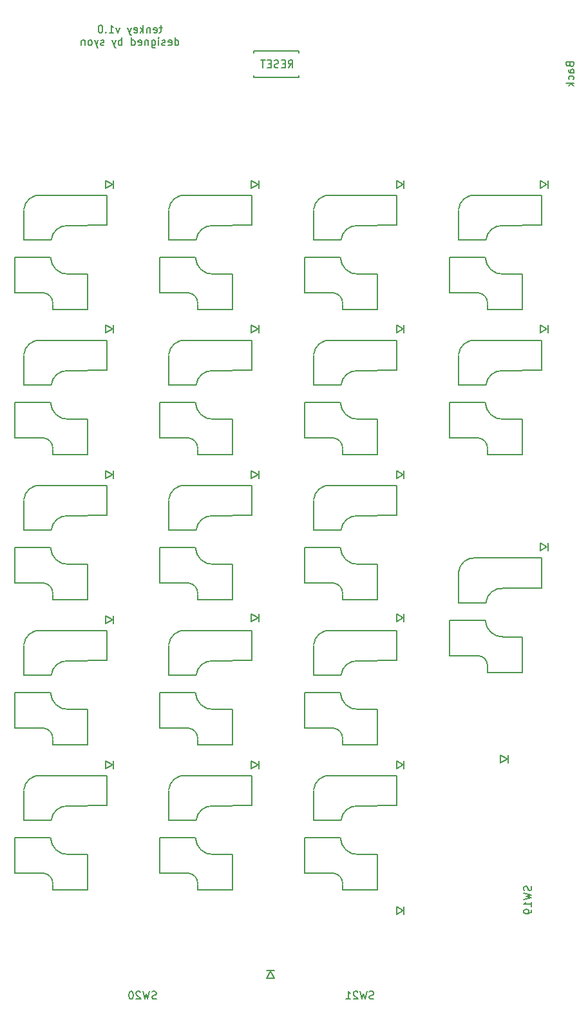
<source format=gbo>
G04 #@! TF.GenerationSoftware,KiCad,Pcbnew,(5.1.2-1)-1*
G04 #@! TF.CreationDate,2019-06-16T18:53:01+09:00*
G04 #@! TF.ProjectId,tenkey,74656e6b-6579-42e6-9b69-6361645f7063,rev?*
G04 #@! TF.SameCoordinates,Original*
G04 #@! TF.FileFunction,Legend,Bot*
G04 #@! TF.FilePolarity,Positive*
%FSLAX46Y46*%
G04 Gerber Fmt 4.6, Leading zero omitted, Abs format (unit mm)*
G04 Created by KiCad (PCBNEW (5.1.2-1)-1) date 2019-06-16 18:53:01*
%MOMM*%
%LPD*%
G04 APERTURE LIST*
%ADD10C,0.150000*%
G04 APERTURE END LIST*
D10*
X69238095Y-47410714D02*
X68857142Y-47410714D01*
X69095238Y-47077380D02*
X69095238Y-47934523D01*
X69047619Y-48029761D01*
X68952380Y-48077380D01*
X68857142Y-48077380D01*
X68142857Y-48029761D02*
X68238095Y-48077380D01*
X68428571Y-48077380D01*
X68523809Y-48029761D01*
X68571428Y-47934523D01*
X68571428Y-47553571D01*
X68523809Y-47458333D01*
X68428571Y-47410714D01*
X68238095Y-47410714D01*
X68142857Y-47458333D01*
X68095238Y-47553571D01*
X68095238Y-47648809D01*
X68571428Y-47744047D01*
X67666666Y-47410714D02*
X67666666Y-48077380D01*
X67666666Y-47505952D02*
X67619047Y-47458333D01*
X67523809Y-47410714D01*
X67380952Y-47410714D01*
X67285714Y-47458333D01*
X67238095Y-47553571D01*
X67238095Y-48077380D01*
X66761904Y-48077380D02*
X66761904Y-47077380D01*
X66666666Y-47696428D02*
X66380952Y-48077380D01*
X66380952Y-47410714D02*
X66761904Y-47791666D01*
X65571428Y-48029761D02*
X65666666Y-48077380D01*
X65857142Y-48077380D01*
X65952380Y-48029761D01*
X66000000Y-47934523D01*
X66000000Y-47553571D01*
X65952380Y-47458333D01*
X65857142Y-47410714D01*
X65666666Y-47410714D01*
X65571428Y-47458333D01*
X65523809Y-47553571D01*
X65523809Y-47648809D01*
X66000000Y-47744047D01*
X65190476Y-47410714D02*
X64952380Y-48077380D01*
X64714285Y-47410714D02*
X64952380Y-48077380D01*
X65047619Y-48315476D01*
X65095238Y-48363095D01*
X65190476Y-48410714D01*
X63666666Y-47410714D02*
X63428571Y-48077380D01*
X63190476Y-47410714D01*
X62285714Y-48077380D02*
X62857142Y-48077380D01*
X62571428Y-48077380D02*
X62571428Y-47077380D01*
X62666666Y-47220238D01*
X62761904Y-47315476D01*
X62857142Y-47363095D01*
X61857142Y-47982142D02*
X61809523Y-48029761D01*
X61857142Y-48077380D01*
X61904761Y-48029761D01*
X61857142Y-47982142D01*
X61857142Y-48077380D01*
X61190476Y-47077380D02*
X61095238Y-47077380D01*
X60999999Y-47125000D01*
X60952380Y-47172619D01*
X60904761Y-47267857D01*
X60857142Y-47458333D01*
X60857142Y-47696428D01*
X60904761Y-47886904D01*
X60952380Y-47982142D01*
X60999999Y-48029761D01*
X61095238Y-48077380D01*
X61190476Y-48077380D01*
X61285714Y-48029761D01*
X61333333Y-47982142D01*
X61380952Y-47886904D01*
X61428571Y-47696428D01*
X61428571Y-47458333D01*
X61380952Y-47267857D01*
X61333333Y-47172619D01*
X61285714Y-47125000D01*
X61190476Y-47077380D01*
X70928571Y-49727380D02*
X70928571Y-48727380D01*
X70928571Y-49679761D02*
X71023809Y-49727380D01*
X71214285Y-49727380D01*
X71309523Y-49679761D01*
X71357142Y-49632142D01*
X71404761Y-49536904D01*
X71404761Y-49251190D01*
X71357142Y-49155952D01*
X71309523Y-49108333D01*
X71214285Y-49060714D01*
X71023809Y-49060714D01*
X70928571Y-49108333D01*
X70071428Y-49679761D02*
X70166666Y-49727380D01*
X70357142Y-49727380D01*
X70452380Y-49679761D01*
X70500000Y-49584523D01*
X70500000Y-49203571D01*
X70452380Y-49108333D01*
X70357142Y-49060714D01*
X70166666Y-49060714D01*
X70071428Y-49108333D01*
X70023809Y-49203571D01*
X70023809Y-49298809D01*
X70500000Y-49394047D01*
X69642857Y-49679761D02*
X69547619Y-49727380D01*
X69357142Y-49727380D01*
X69261904Y-49679761D01*
X69214285Y-49584523D01*
X69214285Y-49536904D01*
X69261904Y-49441666D01*
X69357142Y-49394047D01*
X69500000Y-49394047D01*
X69595238Y-49346428D01*
X69642857Y-49251190D01*
X69642857Y-49203571D01*
X69595238Y-49108333D01*
X69500000Y-49060714D01*
X69357142Y-49060714D01*
X69261904Y-49108333D01*
X68785714Y-49727380D02*
X68785714Y-49060714D01*
X68785714Y-48727380D02*
X68833333Y-48775000D01*
X68785714Y-48822619D01*
X68738095Y-48775000D01*
X68785714Y-48727380D01*
X68785714Y-48822619D01*
X67880952Y-49060714D02*
X67880952Y-49870238D01*
X67928571Y-49965476D01*
X67976190Y-50013095D01*
X68071428Y-50060714D01*
X68214285Y-50060714D01*
X68309523Y-50013095D01*
X67880952Y-49679761D02*
X67976190Y-49727380D01*
X68166666Y-49727380D01*
X68261904Y-49679761D01*
X68309523Y-49632142D01*
X68357142Y-49536904D01*
X68357142Y-49251190D01*
X68309523Y-49155952D01*
X68261904Y-49108333D01*
X68166666Y-49060714D01*
X67976190Y-49060714D01*
X67880952Y-49108333D01*
X67404761Y-49060714D02*
X67404761Y-49727380D01*
X67404761Y-49155952D02*
X67357142Y-49108333D01*
X67261904Y-49060714D01*
X67119047Y-49060714D01*
X67023809Y-49108333D01*
X66976190Y-49203571D01*
X66976190Y-49727380D01*
X66119047Y-49679761D02*
X66214285Y-49727380D01*
X66404761Y-49727380D01*
X66500000Y-49679761D01*
X66547619Y-49584523D01*
X66547619Y-49203571D01*
X66500000Y-49108333D01*
X66404761Y-49060714D01*
X66214285Y-49060714D01*
X66119047Y-49108333D01*
X66071428Y-49203571D01*
X66071428Y-49298809D01*
X66547619Y-49394047D01*
X65214285Y-49727380D02*
X65214285Y-48727380D01*
X65214285Y-49679761D02*
X65309523Y-49727380D01*
X65500000Y-49727380D01*
X65595238Y-49679761D01*
X65642857Y-49632142D01*
X65690476Y-49536904D01*
X65690476Y-49251190D01*
X65642857Y-49155952D01*
X65595238Y-49108333D01*
X65500000Y-49060714D01*
X65309523Y-49060714D01*
X65214285Y-49108333D01*
X63976190Y-49727380D02*
X63976190Y-48727380D01*
X63976190Y-49108333D02*
X63880952Y-49060714D01*
X63690476Y-49060714D01*
X63595238Y-49108333D01*
X63547619Y-49155952D01*
X63500000Y-49251190D01*
X63500000Y-49536904D01*
X63547619Y-49632142D01*
X63595238Y-49679761D01*
X63690476Y-49727380D01*
X63880952Y-49727380D01*
X63976190Y-49679761D01*
X63166666Y-49060714D02*
X62928571Y-49727380D01*
X62690476Y-49060714D02*
X62928571Y-49727380D01*
X63023809Y-49965476D01*
X63071428Y-50013095D01*
X63166666Y-50060714D01*
X61595238Y-49679761D02*
X61500000Y-49727380D01*
X61309523Y-49727380D01*
X61214285Y-49679761D01*
X61166666Y-49584523D01*
X61166666Y-49536904D01*
X61214285Y-49441666D01*
X61309523Y-49394047D01*
X61452380Y-49394047D01*
X61547619Y-49346428D01*
X61595238Y-49251190D01*
X61595238Y-49203571D01*
X61547619Y-49108333D01*
X61452380Y-49060714D01*
X61309523Y-49060714D01*
X61214285Y-49108333D01*
X60833333Y-49060714D02*
X60595238Y-49727380D01*
X60357142Y-49060714D02*
X60595238Y-49727380D01*
X60690476Y-49965476D01*
X60738095Y-50013095D01*
X60833333Y-50060714D01*
X59833333Y-49727380D02*
X59928571Y-49679761D01*
X59976190Y-49632142D01*
X60023809Y-49536904D01*
X60023809Y-49251190D01*
X59976190Y-49155952D01*
X59928571Y-49108333D01*
X59833333Y-49060714D01*
X59690476Y-49060714D01*
X59595238Y-49108333D01*
X59547619Y-49155952D01*
X59500000Y-49251190D01*
X59500000Y-49536904D01*
X59547619Y-49632142D01*
X59595238Y-49679761D01*
X59690476Y-49727380D01*
X59833333Y-49727380D01*
X59071428Y-49060714D02*
X59071428Y-49727380D01*
X59071428Y-49155952D02*
X59023809Y-49108333D01*
X58928571Y-49060714D01*
X58785714Y-49060714D01*
X58690476Y-49108333D01*
X58642857Y-49203571D01*
X58642857Y-49727380D01*
X87250000Y-53700000D02*
X87250000Y-53950000D01*
X87250000Y-53950000D02*
X81250000Y-53950000D01*
X81250000Y-53950000D02*
X81250000Y-53700000D01*
X81250000Y-50700000D02*
X81250000Y-50450000D01*
X81250000Y-50450000D02*
X87250000Y-50450000D01*
X87250000Y-50450000D02*
X87250000Y-50700000D01*
X62750000Y-68000000D02*
X61850000Y-68500000D01*
X61850000Y-68500000D02*
X61850000Y-67500000D01*
X61850000Y-67500000D02*
X62750000Y-68000000D01*
X62850000Y-68500000D02*
X62850000Y-67500000D01*
X81950000Y-68500000D02*
X81950000Y-67500000D01*
X80950000Y-67500000D02*
X81850000Y-68000000D01*
X80950000Y-68500000D02*
X80950000Y-67500000D01*
X81850000Y-68000000D02*
X80950000Y-68500000D01*
X100950000Y-68000000D02*
X100050000Y-68500000D01*
X100050000Y-68500000D02*
X100050000Y-67500000D01*
X100050000Y-67500000D02*
X100950000Y-68000000D01*
X101050000Y-68500000D02*
X101050000Y-67500000D01*
X119850000Y-68000000D02*
X118950000Y-68500000D01*
X118950000Y-68500000D02*
X118950000Y-67500000D01*
X118950000Y-67500000D02*
X119850000Y-68000000D01*
X119950000Y-68500000D02*
X119950000Y-67500000D01*
X62750000Y-86960000D02*
X61850000Y-87460000D01*
X61850000Y-87460000D02*
X61850000Y-86460000D01*
X61850000Y-86460000D02*
X62750000Y-86960000D01*
X62850000Y-87460000D02*
X62850000Y-86460000D01*
X81950000Y-87460000D02*
X81950000Y-86460000D01*
X80950000Y-86460000D02*
X81850000Y-86960000D01*
X80950000Y-87460000D02*
X80950000Y-86460000D01*
X81850000Y-86960000D02*
X80950000Y-87460000D01*
X101050000Y-87460000D02*
X101050000Y-86460000D01*
X100050000Y-86460000D02*
X100950000Y-86960000D01*
X100050000Y-87460000D02*
X100050000Y-86460000D01*
X100950000Y-86960000D02*
X100050000Y-87460000D01*
X119950000Y-87460000D02*
X119950000Y-86460000D01*
X118950000Y-86460000D02*
X119850000Y-86960000D01*
X118950000Y-87460000D02*
X118950000Y-86460000D01*
X119850000Y-86960000D02*
X118950000Y-87460000D01*
X62750000Y-106080000D02*
X61850000Y-106580000D01*
X61850000Y-106580000D02*
X61850000Y-105580000D01*
X61850000Y-105580000D02*
X62750000Y-106080000D01*
X62850000Y-106580000D02*
X62850000Y-105580000D01*
X81950000Y-106580000D02*
X81950000Y-105580000D01*
X80950000Y-105580000D02*
X81850000Y-106080000D01*
X80950000Y-106580000D02*
X80950000Y-105580000D01*
X81850000Y-106080000D02*
X80950000Y-106580000D01*
X100950000Y-106080000D02*
X100050000Y-106580000D01*
X100050000Y-106580000D02*
X100050000Y-105580000D01*
X100050000Y-105580000D02*
X100950000Y-106080000D01*
X101050000Y-106580000D02*
X101050000Y-105580000D01*
X119950000Y-116100000D02*
X119950000Y-115100000D01*
X118950000Y-115100000D02*
X119850000Y-115600000D01*
X118950000Y-116100000D02*
X118950000Y-115100000D01*
X119850000Y-115600000D02*
X118950000Y-116100000D01*
X62750000Y-125130000D02*
X61850000Y-125630000D01*
X61850000Y-125630000D02*
X61850000Y-124630000D01*
X61850000Y-124630000D02*
X62750000Y-125130000D01*
X62850000Y-125630000D02*
X62850000Y-124630000D01*
X81950000Y-125376000D02*
X81950000Y-124376000D01*
X80950000Y-124376000D02*
X81850000Y-124876000D01*
X80950000Y-125376000D02*
X80950000Y-124376000D01*
X81850000Y-124876000D02*
X80950000Y-125376000D01*
X100950000Y-124876000D02*
X100050000Y-125376000D01*
X100050000Y-125376000D02*
X100050000Y-124376000D01*
X100050000Y-124376000D02*
X100950000Y-124876000D01*
X101050000Y-125376000D02*
X101050000Y-124376000D01*
X62850000Y-144680000D02*
X62850000Y-143680000D01*
X61850000Y-143680000D02*
X62750000Y-144180000D01*
X61850000Y-144680000D02*
X61850000Y-143680000D01*
X62750000Y-144180000D02*
X61850000Y-144680000D01*
X81850000Y-144180000D02*
X80950000Y-144680000D01*
X80950000Y-144680000D02*
X80950000Y-143680000D01*
X80950000Y-143680000D02*
X81850000Y-144180000D01*
X81950000Y-144680000D02*
X81950000Y-143680000D01*
X101050000Y-144680000D02*
X101050000Y-143680000D01*
X100050000Y-143680000D02*
X100950000Y-144180000D01*
X100050000Y-144680000D02*
X100050000Y-143680000D01*
X100950000Y-144180000D02*
X100050000Y-144680000D01*
X114650000Y-143450000D02*
X113750000Y-143950000D01*
X113750000Y-143950000D02*
X113750000Y-142950000D01*
X113750000Y-142950000D02*
X114650000Y-143450000D01*
X114750000Y-143950000D02*
X114750000Y-142950000D01*
X84000000Y-171200000D02*
X83000000Y-171200000D01*
X83000000Y-172200000D02*
X83500000Y-171300000D01*
X84000000Y-172200000D02*
X83000000Y-172200000D01*
X83500000Y-171300000D02*
X84000000Y-172200000D01*
X100950000Y-163300000D02*
X100050000Y-163800000D01*
X100050000Y-163800000D02*
X100050000Y-162800000D01*
X100050000Y-162800000D02*
X100950000Y-163300000D01*
X101050000Y-163800000D02*
X101050000Y-162800000D01*
X51050000Y-75304000D02*
X54660000Y-75304000D01*
X51050000Y-71350000D02*
X51050000Y-75295000D01*
X61950000Y-69396000D02*
X53325000Y-69396000D01*
X61950000Y-73304000D02*
X61950000Y-69396000D01*
X61950000Y-73350000D02*
X56900000Y-73396000D01*
X51061000Y-71280000D02*
G75*
G02X53325000Y-69396000I2074000J-190000D01*
G01*
X54665000Y-75280000D02*
G75*
G02X56925000Y-73400000I2070000J-190000D01*
G01*
X59425000Y-84425000D02*
X54875000Y-84425000D01*
X59425000Y-79775000D02*
X56875000Y-79775000D01*
X54575000Y-77575000D02*
X49875000Y-77575000D01*
X53650000Y-82225000D02*
X49875000Y-82225000D01*
X59450000Y-79800000D02*
X59450000Y-84400000D01*
X49875000Y-77600000D02*
X49850000Y-82200000D01*
X54580000Y-77600000D02*
G75*
G03X56950000Y-79770000I2270000J100000D01*
G01*
X54870000Y-83650000D02*
G75*
G03X53650000Y-82230000I-1320000J100000D01*
G01*
X54870000Y-83700000D02*
X54870000Y-84400000D01*
X70100000Y-75304000D02*
X73710000Y-75304000D01*
X70100000Y-71350000D02*
X70100000Y-75295000D01*
X81000000Y-69396000D02*
X72375000Y-69396000D01*
X81000000Y-73304000D02*
X81000000Y-69396000D01*
X81000000Y-73350000D02*
X75950000Y-73396000D01*
X70111000Y-71280000D02*
G75*
G02X72375000Y-69396000I2074000J-190000D01*
G01*
X73715000Y-75280000D02*
G75*
G02X75975000Y-73400000I2070000J-190000D01*
G01*
X78475000Y-84425000D02*
X73925000Y-84425000D01*
X78475000Y-79775000D02*
X75925000Y-79775000D01*
X73625000Y-77575000D02*
X68925000Y-77575000D01*
X72700000Y-82225000D02*
X68925000Y-82225000D01*
X78500000Y-79800000D02*
X78500000Y-84400000D01*
X68925000Y-77600000D02*
X68900000Y-82200000D01*
X73630000Y-77600000D02*
G75*
G03X76000000Y-79770000I2270000J100000D01*
G01*
X73920000Y-83650000D02*
G75*
G03X72700000Y-82230000I-1320000J100000D01*
G01*
X73920000Y-83700000D02*
X73920000Y-84400000D01*
X89150000Y-75304000D02*
X92760000Y-75304000D01*
X89150000Y-71350000D02*
X89150000Y-75295000D01*
X100050000Y-69396000D02*
X91425000Y-69396000D01*
X100050000Y-73304000D02*
X100050000Y-69396000D01*
X100050000Y-73350000D02*
X95000000Y-73396000D01*
X89161000Y-71280000D02*
G75*
G02X91425000Y-69396000I2074000J-190000D01*
G01*
X92765000Y-75280000D02*
G75*
G02X95025000Y-73400000I2070000J-190000D01*
G01*
X97525000Y-84425000D02*
X92975000Y-84425000D01*
X97525000Y-79775000D02*
X94975000Y-79775000D01*
X92675000Y-77575000D02*
X87975000Y-77575000D01*
X91750000Y-82225000D02*
X87975000Y-82225000D01*
X97550000Y-79800000D02*
X97550000Y-84400000D01*
X87975000Y-77600000D02*
X87950000Y-82200000D01*
X92680000Y-77600000D02*
G75*
G03X95050000Y-79770000I2270000J100000D01*
G01*
X92970000Y-83650000D02*
G75*
G03X91750000Y-82230000I-1320000J100000D01*
G01*
X92970000Y-83700000D02*
X92970000Y-84400000D01*
X108200000Y-75304000D02*
X111810000Y-75304000D01*
X108200000Y-71350000D02*
X108200000Y-75295000D01*
X119100000Y-69396000D02*
X110475000Y-69396000D01*
X119100000Y-73304000D02*
X119100000Y-69396000D01*
X119100000Y-73350000D02*
X114050000Y-73396000D01*
X108211000Y-71280000D02*
G75*
G02X110475000Y-69396000I2074000J-190000D01*
G01*
X111815000Y-75280000D02*
G75*
G02X114075000Y-73400000I2070000J-190000D01*
G01*
X116575000Y-84425000D02*
X112025000Y-84425000D01*
X116575000Y-79775000D02*
X114025000Y-79775000D01*
X111725000Y-77575000D02*
X107025000Y-77575000D01*
X110800000Y-82225000D02*
X107025000Y-82225000D01*
X116600000Y-79800000D02*
X116600000Y-84400000D01*
X107025000Y-77600000D02*
X107000000Y-82200000D01*
X111730000Y-77600000D02*
G75*
G03X114100000Y-79770000I2270000J100000D01*
G01*
X112020000Y-83650000D02*
G75*
G03X110800000Y-82230000I-1320000J100000D01*
G01*
X112020000Y-83700000D02*
X112020000Y-84400000D01*
X51050000Y-94354000D02*
X54660000Y-94354000D01*
X51050000Y-90400000D02*
X51050000Y-94345000D01*
X61950000Y-88446000D02*
X53325000Y-88446000D01*
X61950000Y-92354000D02*
X61950000Y-88446000D01*
X61950000Y-92400000D02*
X56900000Y-92446000D01*
X51061000Y-90330000D02*
G75*
G02X53325000Y-88446000I2074000J-190000D01*
G01*
X54665000Y-94330000D02*
G75*
G02X56925000Y-92450000I2070000J-190000D01*
G01*
X59425000Y-103475000D02*
X54875000Y-103475000D01*
X59425000Y-98825000D02*
X56875000Y-98825000D01*
X54575000Y-96625000D02*
X49875000Y-96625000D01*
X53650000Y-101275000D02*
X49875000Y-101275000D01*
X59450000Y-98850000D02*
X59450000Y-103450000D01*
X49875000Y-96650000D02*
X49850000Y-101250000D01*
X54580000Y-96650000D02*
G75*
G03X56950000Y-98820000I2270000J100000D01*
G01*
X54870000Y-102700000D02*
G75*
G03X53650000Y-101280000I-1320000J100000D01*
G01*
X54870000Y-102750000D02*
X54870000Y-103450000D01*
X70100000Y-94354000D02*
X73710000Y-94354000D01*
X70100000Y-90400000D02*
X70100000Y-94345000D01*
X81000000Y-88446000D02*
X72375000Y-88446000D01*
X81000000Y-92354000D02*
X81000000Y-88446000D01*
X81000000Y-92400000D02*
X75950000Y-92446000D01*
X70111000Y-90330000D02*
G75*
G02X72375000Y-88446000I2074000J-190000D01*
G01*
X73715000Y-94330000D02*
G75*
G02X75975000Y-92450000I2070000J-190000D01*
G01*
X78475000Y-103475000D02*
X73925000Y-103475000D01*
X78475000Y-98825000D02*
X75925000Y-98825000D01*
X73625000Y-96625000D02*
X68925000Y-96625000D01*
X72700000Y-101275000D02*
X68925000Y-101275000D01*
X78500000Y-98850000D02*
X78500000Y-103450000D01*
X68925000Y-96650000D02*
X68900000Y-101250000D01*
X73630000Y-96650000D02*
G75*
G03X76000000Y-98820000I2270000J100000D01*
G01*
X73920000Y-102700000D02*
G75*
G03X72700000Y-101280000I-1320000J100000D01*
G01*
X73920000Y-102750000D02*
X73920000Y-103450000D01*
X92970000Y-102750000D02*
X92970000Y-103450000D01*
X92970000Y-102700000D02*
G75*
G03X91750000Y-101280000I-1320000J100000D01*
G01*
X92680000Y-96650000D02*
G75*
G03X95050000Y-98820000I2270000J100000D01*
G01*
X87975000Y-96650000D02*
X87950000Y-101250000D01*
X97550000Y-98850000D02*
X97550000Y-103450000D01*
X91750000Y-101275000D02*
X87975000Y-101275000D01*
X92675000Y-96625000D02*
X87975000Y-96625000D01*
X97525000Y-98825000D02*
X94975000Y-98825000D01*
X97525000Y-103475000D02*
X92975000Y-103475000D01*
X92765000Y-94330000D02*
G75*
G02X95025000Y-92450000I2070000J-190000D01*
G01*
X89161000Y-90330000D02*
G75*
G02X91425000Y-88446000I2074000J-190000D01*
G01*
X100050000Y-92400000D02*
X95000000Y-92446000D01*
X100050000Y-92354000D02*
X100050000Y-88446000D01*
X100050000Y-88446000D02*
X91425000Y-88446000D01*
X89150000Y-90400000D02*
X89150000Y-94345000D01*
X89150000Y-94354000D02*
X92760000Y-94354000D01*
X108200000Y-94354000D02*
X111810000Y-94354000D01*
X108200000Y-90400000D02*
X108200000Y-94345000D01*
X119100000Y-88446000D02*
X110475000Y-88446000D01*
X119100000Y-92354000D02*
X119100000Y-88446000D01*
X119100000Y-92400000D02*
X114050000Y-92446000D01*
X108211000Y-90330000D02*
G75*
G02X110475000Y-88446000I2074000J-190000D01*
G01*
X111815000Y-94330000D02*
G75*
G02X114075000Y-92450000I2070000J-190000D01*
G01*
X116575000Y-103475000D02*
X112025000Y-103475000D01*
X116575000Y-98825000D02*
X114025000Y-98825000D01*
X111725000Y-96625000D02*
X107025000Y-96625000D01*
X110800000Y-101275000D02*
X107025000Y-101275000D01*
X116600000Y-98850000D02*
X116600000Y-103450000D01*
X107025000Y-96650000D02*
X107000000Y-101250000D01*
X111730000Y-96650000D02*
G75*
G03X114100000Y-98820000I2270000J100000D01*
G01*
X112020000Y-102700000D02*
G75*
G03X110800000Y-101280000I-1320000J100000D01*
G01*
X112020000Y-102750000D02*
X112020000Y-103450000D01*
X54870000Y-121800000D02*
X54870000Y-122500000D01*
X54870000Y-121750000D02*
G75*
G03X53650000Y-120330000I-1320000J100000D01*
G01*
X54580000Y-115700000D02*
G75*
G03X56950000Y-117870000I2270000J100000D01*
G01*
X49875000Y-115700000D02*
X49850000Y-120300000D01*
X59450000Y-117900000D02*
X59450000Y-122500000D01*
X53650000Y-120325000D02*
X49875000Y-120325000D01*
X54575000Y-115675000D02*
X49875000Y-115675000D01*
X59425000Y-117875000D02*
X56875000Y-117875000D01*
X59425000Y-122525000D02*
X54875000Y-122525000D01*
X54665000Y-113380000D02*
G75*
G02X56925000Y-111500000I2070000J-190000D01*
G01*
X51061000Y-109380000D02*
G75*
G02X53325000Y-107496000I2074000J-190000D01*
G01*
X61950000Y-111450000D02*
X56900000Y-111496000D01*
X61950000Y-111404000D02*
X61950000Y-107496000D01*
X61950000Y-107496000D02*
X53325000Y-107496000D01*
X51050000Y-109450000D02*
X51050000Y-113395000D01*
X51050000Y-113404000D02*
X54660000Y-113404000D01*
X70100000Y-113404000D02*
X73710000Y-113404000D01*
X70100000Y-109450000D02*
X70100000Y-113395000D01*
X81000000Y-107496000D02*
X72375000Y-107496000D01*
X81000000Y-111404000D02*
X81000000Y-107496000D01*
X81000000Y-111450000D02*
X75950000Y-111496000D01*
X70111000Y-109380000D02*
G75*
G02X72375000Y-107496000I2074000J-190000D01*
G01*
X73715000Y-113380000D02*
G75*
G02X75975000Y-111500000I2070000J-190000D01*
G01*
X78475000Y-122525000D02*
X73925000Y-122525000D01*
X78475000Y-117875000D02*
X75925000Y-117875000D01*
X73625000Y-115675000D02*
X68925000Y-115675000D01*
X72700000Y-120325000D02*
X68925000Y-120325000D01*
X78500000Y-117900000D02*
X78500000Y-122500000D01*
X68925000Y-115700000D02*
X68900000Y-120300000D01*
X73630000Y-115700000D02*
G75*
G03X76000000Y-117870000I2270000J100000D01*
G01*
X73920000Y-121750000D02*
G75*
G03X72700000Y-120330000I-1320000J100000D01*
G01*
X73920000Y-121800000D02*
X73920000Y-122500000D01*
X89150000Y-113404000D02*
X92760000Y-113404000D01*
X89150000Y-109450000D02*
X89150000Y-113395000D01*
X100050000Y-107496000D02*
X91425000Y-107496000D01*
X100050000Y-111404000D02*
X100050000Y-107496000D01*
X100050000Y-111450000D02*
X95000000Y-111496000D01*
X89161000Y-109380000D02*
G75*
G02X91425000Y-107496000I2074000J-190000D01*
G01*
X92765000Y-113380000D02*
G75*
G02X95025000Y-111500000I2070000J-190000D01*
G01*
X97525000Y-122525000D02*
X92975000Y-122525000D01*
X97525000Y-117875000D02*
X94975000Y-117875000D01*
X92675000Y-115675000D02*
X87975000Y-115675000D01*
X91750000Y-120325000D02*
X87975000Y-120325000D01*
X97550000Y-117900000D02*
X97550000Y-122500000D01*
X87975000Y-115700000D02*
X87950000Y-120300000D01*
X92680000Y-115700000D02*
G75*
G03X95050000Y-117870000I2270000J100000D01*
G01*
X92970000Y-121750000D02*
G75*
G03X91750000Y-120330000I-1320000J100000D01*
G01*
X92970000Y-121800000D02*
X92970000Y-122500000D01*
X112020000Y-131325000D02*
X112020000Y-132025000D01*
X112020000Y-131275000D02*
G75*
G03X110800000Y-129855000I-1320000J100000D01*
G01*
X111730000Y-125225000D02*
G75*
G03X114100000Y-127395000I2270000J100000D01*
G01*
X107025000Y-125225000D02*
X107000000Y-129825000D01*
X116600000Y-127425000D02*
X116600000Y-132025000D01*
X110800000Y-129850000D02*
X107025000Y-129850000D01*
X111725000Y-125200000D02*
X107025000Y-125200000D01*
X116575000Y-127400000D02*
X114025000Y-127400000D01*
X116575000Y-132050000D02*
X112025000Y-132050000D01*
X111815000Y-122905000D02*
G75*
G02X114075000Y-121025000I2070000J-190000D01*
G01*
X108211000Y-118905000D02*
G75*
G02X110475000Y-117021000I2074000J-190000D01*
G01*
X119100000Y-120975000D02*
X114050000Y-121021000D01*
X119100000Y-120929000D02*
X119100000Y-117021000D01*
X119100000Y-117021000D02*
X110475000Y-117021000D01*
X108200000Y-118975000D02*
X108200000Y-122920000D01*
X108200000Y-122929000D02*
X111810000Y-122929000D01*
X54870000Y-140850000D02*
X54870000Y-141550000D01*
X54870000Y-140800000D02*
G75*
G03X53650000Y-139380000I-1320000J100000D01*
G01*
X54580000Y-134750000D02*
G75*
G03X56950000Y-136920000I2270000J100000D01*
G01*
X49875000Y-134750000D02*
X49850000Y-139350000D01*
X59450000Y-136950000D02*
X59450000Y-141550000D01*
X53650000Y-139375000D02*
X49875000Y-139375000D01*
X54575000Y-134725000D02*
X49875000Y-134725000D01*
X59425000Y-136925000D02*
X56875000Y-136925000D01*
X59425000Y-141575000D02*
X54875000Y-141575000D01*
X54665000Y-132430000D02*
G75*
G02X56925000Y-130550000I2070000J-190000D01*
G01*
X51061000Y-128430000D02*
G75*
G02X53325000Y-126546000I2074000J-190000D01*
G01*
X61950000Y-130500000D02*
X56900000Y-130546000D01*
X61950000Y-130454000D02*
X61950000Y-126546000D01*
X61950000Y-126546000D02*
X53325000Y-126546000D01*
X51050000Y-128500000D02*
X51050000Y-132445000D01*
X51050000Y-132454000D02*
X54660000Y-132454000D01*
X70100000Y-132454000D02*
X73710000Y-132454000D01*
X70100000Y-128500000D02*
X70100000Y-132445000D01*
X81000000Y-126546000D02*
X72375000Y-126546000D01*
X81000000Y-130454000D02*
X81000000Y-126546000D01*
X81000000Y-130500000D02*
X75950000Y-130546000D01*
X70111000Y-128430000D02*
G75*
G02X72375000Y-126546000I2074000J-190000D01*
G01*
X73715000Y-132430000D02*
G75*
G02X75975000Y-130550000I2070000J-190000D01*
G01*
X78475000Y-141575000D02*
X73925000Y-141575000D01*
X78475000Y-136925000D02*
X75925000Y-136925000D01*
X73625000Y-134725000D02*
X68925000Y-134725000D01*
X72700000Y-139375000D02*
X68925000Y-139375000D01*
X78500000Y-136950000D02*
X78500000Y-141550000D01*
X68925000Y-134750000D02*
X68900000Y-139350000D01*
X73630000Y-134750000D02*
G75*
G03X76000000Y-136920000I2270000J100000D01*
G01*
X73920000Y-140800000D02*
G75*
G03X72700000Y-139380000I-1320000J100000D01*
G01*
X73920000Y-140850000D02*
X73920000Y-141550000D01*
X92970000Y-140850000D02*
X92970000Y-141550000D01*
X92970000Y-140800000D02*
G75*
G03X91750000Y-139380000I-1320000J100000D01*
G01*
X92680000Y-134750000D02*
G75*
G03X95050000Y-136920000I2270000J100000D01*
G01*
X87975000Y-134750000D02*
X87950000Y-139350000D01*
X97550000Y-136950000D02*
X97550000Y-141550000D01*
X91750000Y-139375000D02*
X87975000Y-139375000D01*
X92675000Y-134725000D02*
X87975000Y-134725000D01*
X97525000Y-136925000D02*
X94975000Y-136925000D01*
X97525000Y-141575000D02*
X92975000Y-141575000D01*
X92765000Y-132430000D02*
G75*
G02X95025000Y-130550000I2070000J-190000D01*
G01*
X89161000Y-128430000D02*
G75*
G02X91425000Y-126546000I2074000J-190000D01*
G01*
X100050000Y-130500000D02*
X95000000Y-130546000D01*
X100050000Y-130454000D02*
X100050000Y-126546000D01*
X100050000Y-126546000D02*
X91425000Y-126546000D01*
X89150000Y-128500000D02*
X89150000Y-132445000D01*
X89150000Y-132454000D02*
X92760000Y-132454000D01*
X54870000Y-159900000D02*
X54870000Y-160600000D01*
X54870000Y-159850000D02*
G75*
G03X53650000Y-158430000I-1320000J100000D01*
G01*
X54580000Y-153800000D02*
G75*
G03X56950000Y-155970000I2270000J100000D01*
G01*
X49875000Y-153800000D02*
X49850000Y-158400000D01*
X59450000Y-156000000D02*
X59450000Y-160600000D01*
X53650000Y-158425000D02*
X49875000Y-158425000D01*
X54575000Y-153775000D02*
X49875000Y-153775000D01*
X59425000Y-155975000D02*
X56875000Y-155975000D01*
X59425000Y-160625000D02*
X54875000Y-160625000D01*
X54665000Y-151480000D02*
G75*
G02X56925000Y-149600000I2070000J-190000D01*
G01*
X51061000Y-147480000D02*
G75*
G02X53325000Y-145596000I2074000J-190000D01*
G01*
X61950000Y-149550000D02*
X56900000Y-149596000D01*
X61950000Y-149504000D02*
X61950000Y-145596000D01*
X61950000Y-145596000D02*
X53325000Y-145596000D01*
X51050000Y-147550000D02*
X51050000Y-151495000D01*
X51050000Y-151504000D02*
X54660000Y-151504000D01*
X70100000Y-151504000D02*
X73710000Y-151504000D01*
X70100000Y-147550000D02*
X70100000Y-151495000D01*
X81000000Y-145596000D02*
X72375000Y-145596000D01*
X81000000Y-149504000D02*
X81000000Y-145596000D01*
X81000000Y-149550000D02*
X75950000Y-149596000D01*
X70111000Y-147480000D02*
G75*
G02X72375000Y-145596000I2074000J-190000D01*
G01*
X73715000Y-151480000D02*
G75*
G02X75975000Y-149600000I2070000J-190000D01*
G01*
X78475000Y-160625000D02*
X73925000Y-160625000D01*
X78475000Y-155975000D02*
X75925000Y-155975000D01*
X73625000Y-153775000D02*
X68925000Y-153775000D01*
X72700000Y-158425000D02*
X68925000Y-158425000D01*
X78500000Y-156000000D02*
X78500000Y-160600000D01*
X68925000Y-153800000D02*
X68900000Y-158400000D01*
X73630000Y-153800000D02*
G75*
G03X76000000Y-155970000I2270000J100000D01*
G01*
X73920000Y-159850000D02*
G75*
G03X72700000Y-158430000I-1320000J100000D01*
G01*
X73920000Y-159900000D02*
X73920000Y-160600000D01*
X92970000Y-159900000D02*
X92970000Y-160600000D01*
X92970000Y-159850000D02*
G75*
G03X91750000Y-158430000I-1320000J100000D01*
G01*
X92680000Y-153800000D02*
G75*
G03X95050000Y-155970000I2270000J100000D01*
G01*
X87975000Y-153800000D02*
X87950000Y-158400000D01*
X97550000Y-156000000D02*
X97550000Y-160600000D01*
X91750000Y-158425000D02*
X87975000Y-158425000D01*
X92675000Y-153775000D02*
X87975000Y-153775000D01*
X97525000Y-155975000D02*
X94975000Y-155975000D01*
X97525000Y-160625000D02*
X92975000Y-160625000D01*
X92765000Y-151480000D02*
G75*
G02X95025000Y-149600000I2070000J-190000D01*
G01*
X89161000Y-147480000D02*
G75*
G02X91425000Y-145596000I2074000J-190000D01*
G01*
X100050000Y-149550000D02*
X95000000Y-149596000D01*
X100050000Y-149504000D02*
X100050000Y-145596000D01*
X100050000Y-145596000D02*
X91425000Y-145596000D01*
X89150000Y-147550000D02*
X89150000Y-151495000D01*
X89150000Y-151504000D02*
X92760000Y-151504000D01*
X97059523Y-174902761D02*
X96916666Y-174950380D01*
X96678571Y-174950380D01*
X96583333Y-174902761D01*
X96535714Y-174855142D01*
X96488095Y-174759904D01*
X96488095Y-174664666D01*
X96535714Y-174569428D01*
X96583333Y-174521809D01*
X96678571Y-174474190D01*
X96869047Y-174426571D01*
X96964285Y-174378952D01*
X97011904Y-174331333D01*
X97059523Y-174236095D01*
X97059523Y-174140857D01*
X97011904Y-174045619D01*
X96964285Y-173998000D01*
X96869047Y-173950380D01*
X96630952Y-173950380D01*
X96488095Y-173998000D01*
X96154761Y-173950380D02*
X95916666Y-174950380D01*
X95726190Y-174236095D01*
X95535714Y-174950380D01*
X95297619Y-173950380D01*
X94964285Y-174045619D02*
X94916666Y-173998000D01*
X94821428Y-173950380D01*
X94583333Y-173950380D01*
X94488095Y-173998000D01*
X94440476Y-174045619D01*
X94392857Y-174140857D01*
X94392857Y-174236095D01*
X94440476Y-174378952D01*
X95011904Y-174950380D01*
X94392857Y-174950380D01*
X93440476Y-174950380D02*
X94011904Y-174950380D01*
X93726190Y-174950380D02*
X93726190Y-173950380D01*
X93821428Y-174093238D01*
X93916666Y-174188476D01*
X94011904Y-174236095D01*
X117752761Y-160115476D02*
X117800380Y-160258333D01*
X117800380Y-160496428D01*
X117752761Y-160591666D01*
X117705142Y-160639285D01*
X117609904Y-160686904D01*
X117514666Y-160686904D01*
X117419428Y-160639285D01*
X117371809Y-160591666D01*
X117324190Y-160496428D01*
X117276571Y-160305952D01*
X117228952Y-160210714D01*
X117181333Y-160163095D01*
X117086095Y-160115476D01*
X116990857Y-160115476D01*
X116895619Y-160163095D01*
X116848000Y-160210714D01*
X116800380Y-160305952D01*
X116800380Y-160544047D01*
X116848000Y-160686904D01*
X116800380Y-161020238D02*
X117800380Y-161258333D01*
X117086095Y-161448809D01*
X117800380Y-161639285D01*
X116800380Y-161877380D01*
X117800380Y-162782142D02*
X117800380Y-162210714D01*
X117800380Y-162496428D02*
X116800380Y-162496428D01*
X116943238Y-162401190D01*
X117038476Y-162305952D01*
X117086095Y-162210714D01*
X117800380Y-163258333D02*
X117800380Y-163448809D01*
X117752761Y-163544047D01*
X117705142Y-163591666D01*
X117562285Y-163686904D01*
X117371809Y-163734523D01*
X116990857Y-163734523D01*
X116895619Y-163686904D01*
X116848000Y-163639285D01*
X116800380Y-163544047D01*
X116800380Y-163353571D01*
X116848000Y-163258333D01*
X116895619Y-163210714D01*
X116990857Y-163163095D01*
X117228952Y-163163095D01*
X117324190Y-163210714D01*
X117371809Y-163258333D01*
X117419428Y-163353571D01*
X117419428Y-163544047D01*
X117371809Y-163639285D01*
X117324190Y-163686904D01*
X117228952Y-163734523D01*
X68484523Y-174902761D02*
X68341666Y-174950380D01*
X68103571Y-174950380D01*
X68008333Y-174902761D01*
X67960714Y-174855142D01*
X67913095Y-174759904D01*
X67913095Y-174664666D01*
X67960714Y-174569428D01*
X68008333Y-174521809D01*
X68103571Y-174474190D01*
X68294047Y-174426571D01*
X68389285Y-174378952D01*
X68436904Y-174331333D01*
X68484523Y-174236095D01*
X68484523Y-174140857D01*
X68436904Y-174045619D01*
X68389285Y-173998000D01*
X68294047Y-173950380D01*
X68055952Y-173950380D01*
X67913095Y-173998000D01*
X67579761Y-173950380D02*
X67341666Y-174950380D01*
X67151190Y-174236095D01*
X66960714Y-174950380D01*
X66722619Y-173950380D01*
X66389285Y-174045619D02*
X66341666Y-173998000D01*
X66246428Y-173950380D01*
X66008333Y-173950380D01*
X65913095Y-173998000D01*
X65865476Y-174045619D01*
X65817857Y-174140857D01*
X65817857Y-174236095D01*
X65865476Y-174378952D01*
X66436904Y-174950380D01*
X65817857Y-174950380D01*
X65198809Y-173950380D02*
X65103571Y-173950380D01*
X65008333Y-173998000D01*
X64960714Y-174045619D01*
X64913095Y-174140857D01*
X64865476Y-174331333D01*
X64865476Y-174569428D01*
X64913095Y-174759904D01*
X64960714Y-174855142D01*
X65008333Y-174902761D01*
X65103571Y-174950380D01*
X65198809Y-174950380D01*
X65294047Y-174902761D01*
X65341666Y-174855142D01*
X65389285Y-174759904D01*
X65436904Y-174569428D01*
X65436904Y-174331333D01*
X65389285Y-174140857D01*
X65341666Y-174045619D01*
X65294047Y-173998000D01*
X65198809Y-173950380D01*
X85829380Y-52652380D02*
X86162714Y-52176190D01*
X86400809Y-52652380D02*
X86400809Y-51652380D01*
X86019857Y-51652380D01*
X85924619Y-51700000D01*
X85877000Y-51747619D01*
X85829380Y-51842857D01*
X85829380Y-51985714D01*
X85877000Y-52080952D01*
X85924619Y-52128571D01*
X86019857Y-52176190D01*
X86400809Y-52176190D01*
X85400809Y-52128571D02*
X85067476Y-52128571D01*
X84924619Y-52652380D02*
X85400809Y-52652380D01*
X85400809Y-51652380D01*
X84924619Y-51652380D01*
X84543666Y-52604761D02*
X84400809Y-52652380D01*
X84162714Y-52652380D01*
X84067476Y-52604761D01*
X84019857Y-52557142D01*
X83972238Y-52461904D01*
X83972238Y-52366666D01*
X84019857Y-52271428D01*
X84067476Y-52223809D01*
X84162714Y-52176190D01*
X84353190Y-52128571D01*
X84448428Y-52080952D01*
X84496047Y-52033333D01*
X84543666Y-51938095D01*
X84543666Y-51842857D01*
X84496047Y-51747619D01*
X84448428Y-51700000D01*
X84353190Y-51652380D01*
X84115095Y-51652380D01*
X83972238Y-51700000D01*
X83543666Y-52128571D02*
X83210333Y-52128571D01*
X83067476Y-52652380D02*
X83543666Y-52652380D01*
X83543666Y-51652380D01*
X83067476Y-51652380D01*
X82781761Y-51652380D02*
X82210333Y-51652380D01*
X82496047Y-52652380D02*
X82496047Y-51652380D01*
X122846571Y-52231214D02*
X122894190Y-52374071D01*
X122941809Y-52421690D01*
X123037047Y-52469309D01*
X123179904Y-52469309D01*
X123275142Y-52421690D01*
X123322761Y-52374071D01*
X123370380Y-52278833D01*
X123370380Y-51897880D01*
X122370380Y-51897880D01*
X122370380Y-52231214D01*
X122418000Y-52326452D01*
X122465619Y-52374071D01*
X122560857Y-52421690D01*
X122656095Y-52421690D01*
X122751333Y-52374071D01*
X122798952Y-52326452D01*
X122846571Y-52231214D01*
X122846571Y-51897880D01*
X123370380Y-53326452D02*
X122846571Y-53326452D01*
X122751333Y-53278833D01*
X122703714Y-53183595D01*
X122703714Y-52993119D01*
X122751333Y-52897880D01*
X123322761Y-53326452D02*
X123370380Y-53231214D01*
X123370380Y-52993119D01*
X123322761Y-52897880D01*
X123227523Y-52850261D01*
X123132285Y-52850261D01*
X123037047Y-52897880D01*
X122989428Y-52993119D01*
X122989428Y-53231214D01*
X122941809Y-53326452D01*
X123322761Y-54231214D02*
X123370380Y-54135976D01*
X123370380Y-53945500D01*
X123322761Y-53850261D01*
X123275142Y-53802642D01*
X123179904Y-53755023D01*
X122894190Y-53755023D01*
X122798952Y-53802642D01*
X122751333Y-53850261D01*
X122703714Y-53945500D01*
X122703714Y-54135976D01*
X122751333Y-54231214D01*
X123370380Y-54659785D02*
X122370380Y-54659785D01*
X122989428Y-54755023D02*
X123370380Y-55040738D01*
X122703714Y-55040738D02*
X123084666Y-54659785D01*
M02*

</source>
